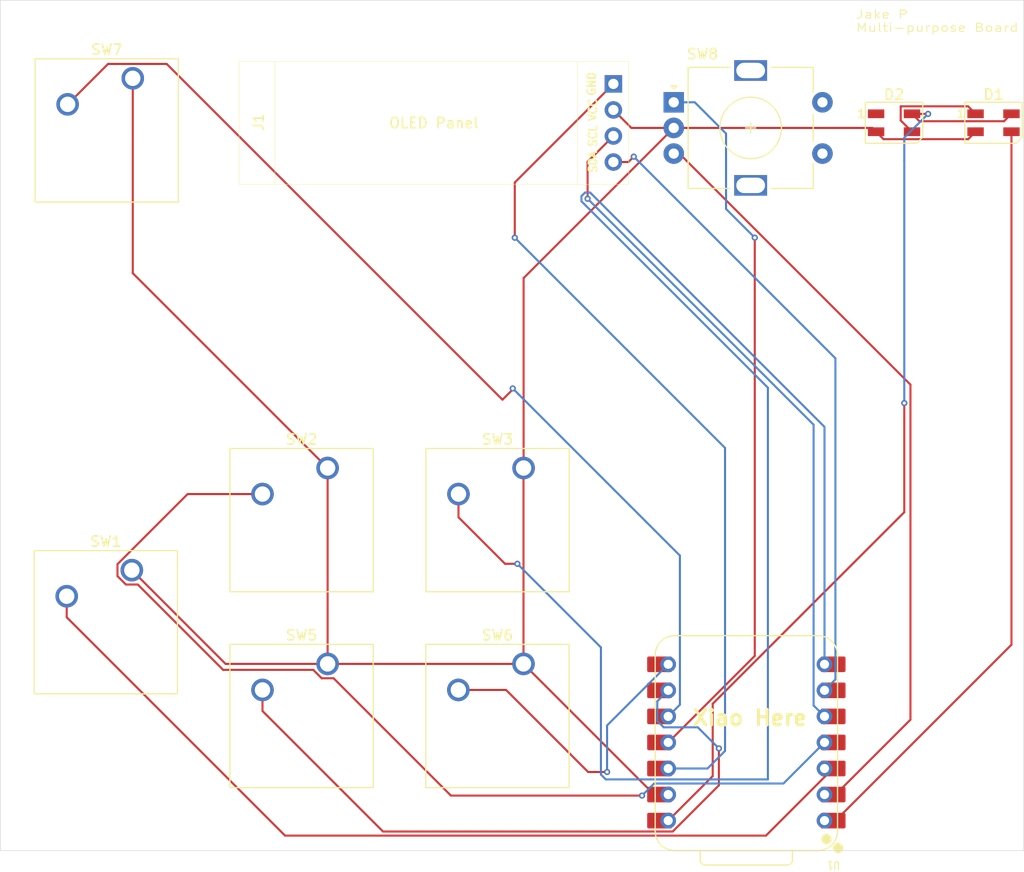
<source format=kicad_pcb>
(kicad_pcb (version 20241229) (generator "pcbnew") (generator_version "9.0")
  (layers (0 "F.Cu" signal) (2 "B.Cu" signal) (13 "F.Paste" user) (15 "B.Paste" user) (5 "F.SilkS" user "F.Silkscreen") (7 "B.SilkS" user "B.Silkscreen") (1 "F.Mask" user) (3 "B.Mask" user) (25 "Edge.Cuts" user))
  (net 0 "")
  (net 1 "+5V")
  (net 2 "Net-(D1-DIN)")
  (net 3 "Net-(D1-DOUT)")
  (net 4 "GND")
  (net 6 "+3.3V")
  (net 7 "Net-(J1-Pin_3)")
  (net 8 "Net-(J1-Pin_4)")
  (net 9 "Net-(U1-GPIO28{slash}ADC2{slash}A2)")
  (net 10 "Net-(U1-GPIO29{slash}ADC3{slash}A3)")
  (net 11 "Net-(U1-GPIO0{slash}TX)")
  (net 12 "Net-(U1-GPIO2{slash}SCK)")
  (net 13 "Net-(U1-GPIO1{slash}RX)")
  (net 14 "Net-(U1-GPIO4{slash}MISO)")
  (net 15 "Net-(U1-GPIO27{slash}ADC1{slash}A1)")
  (net 16 "Net-(U1-GPIO3{slash}MOSI)")
  (footprint "KiCad-SSD1306-0.91-OLED-4pin-128x32.pretty-master:SSD1306-0.91-OLED-4pin-128x32" (layer "F.Cu") (at 93.415 42.815)
    (property "Reference" "J1" (at 1.9 5.91 90) (layer "F.SilkS"))
    (property "Value" "Conn_01x04_Pin")
    (fp_line (start 0 0) (end 0 12) (stroke (width 0.04)) (layer "F.SilkS"))
    (fp_line (start 0 12) (end 38 12) (stroke (width 0.04)) (layer "F.SilkS"))
    (fp_line (start 3.5 0) (end 3.5 12) (stroke (width 0.04)) (layer "F.SilkS"))
    (fp_line (start 33 0) (end 33 12) (stroke (width 0.04)) (layer "F.SilkS"))
    (fp_line (start 38 0) (end 0 0) (stroke (width 0.04)) (layer "F.SilkS"))
    (fp_line (start 38 12) (end 38 0) (stroke (width 0.04)) (layer "F.SilkS"))
    (fp_text user "SCL" (at 34.5 7.27 270) (layer "F.SilkS") (effects (font (size 0.8 0.75))))
    (fp_text user "OLED Panel" (at 19 6 0) (layer "F.SilkS"))
    (fp_text user "GND" (at 34.385 2.185 270) (layer "F.SilkS") (effects (font (size 0.8 0.75))))
    (fp_text user "VCC" (at 34.5 4.73 270) (layer "F.SilkS") (effects (font (size 0.8 0.75))))
    (fp_text user "SDA" (at 34.5 9.81 270) (layer "F.SilkS") (effects (font (size 0.8 0.75))))
    (pad "1" thru_hole rect (at 36.5 2.19) (size 1.7 1.7) (drill 1) (layers "*.Cu" "*.Mask") (net 6 "+3.3V"))
    (pad "2" thru_hole oval (at 36.5 4.73) (size 1.7 1.7) (drill 1) (layers "*.Cu" "*.Mask") (net 4 "GND"))
    (pad "3" thru_hole oval (at 36.5 7.27) (size 1.7 1.7) (drill 1) (layers "*.Cu" "*.Mask") (net 7 "Net-(J1-Pin_3)"))
    (pad "4" thru_hole oval (at 36.5 9.81) (size 1.7 1.7) (drill 1) (layers "*.Cu" "*.Mask") (net 8 "Net-(J1-Pin_4)"))
  )
  (footprint "Button_Switch_Keyboard:SW_Cherry_MX_1.00u_PCB" (layer "F.Cu") (at 121.16 82.46)
    (property "Reference" "SW3" (at -2.54 -2.794 0) (layer "F.SilkS"))
    (property "Value" "SW_Push")
    (fp_line (start -9.525 -1.905) (end 4.445 -1.905) (stroke (width 0.12)) (layer "F.SilkS"))
    (fp_line (start -9.525 12.065) (end -9.525 -1.905) (stroke (width 0.12)) (layer "F.SilkS"))
    (fp_line (start 4.445 -1.905) (end 4.445 12.065) (stroke (width 0.12)) (layer "F.SilkS"))
    (fp_line (start 4.445 12.065) (end -9.525 12.065) (stroke (width 0.12)) (layer "F.SilkS"))
    (pad "" np_thru_hole circle (at -7.62 5.08) (size 1.7 1.7) (drill 1.7) (layers "*.Cu" "*.Mask"))
    (pad "" np_thru_hole circle (at -2.54 5.08) (size 4 4) (drill 4) (layers "*.Cu" "*.Mask"))
    (pad "" np_thru_hole circle (at 2.54 5.08) (size 1.7 1.7) (drill 1.7) (layers "*.Cu" "*.Mask"))
    (pad "1" thru_hole circle (at 0 0) (size 2.2 2.2) (drill 1.5) (layers "*.Cu" "*.Mask") (net 4 "GND"))
    (pad "2" thru_hole circle (at -6.35 2.54) (size 2.2 2.2) (drill 1.5) (layers "*.Cu" "*.Mask") (net 11 "Net-(U1-GPIO0{slash}TX)"))
  )
  (footprint "Button_Switch_Keyboard:SW_Cherry_MX_1.00u_PCB" (layer "F.Cu") (at 102.05 101.56)
    (property "Reference" "SW5" (at -2.54 -2.794 0) (layer "F.SilkS"))
    (property "Value" "SW_Push")
    (fp_line (start -9.525 -1.905) (end 4.445 -1.905) (stroke (width 0.12)) (layer "F.SilkS"))
    (fp_line (start -9.525 12.065) (end -9.525 -1.905) (stroke (width 0.12)) (layer "F.SilkS"))
    (fp_line (start 4.445 -1.905) (end 4.445 12.065) (stroke (width 0.12)) (layer "F.SilkS"))
    (fp_line (start 4.445 12.065) (end -9.525 12.065) (stroke (width 0.12)) (layer "F.SilkS"))
    (pad "" np_thru_hole circle (at -7.62 5.08) (size 1.7 1.7) (drill 1.7) (layers "*.Cu" "*.Mask"))
    (pad "" np_thru_hole circle (at -2.54 5.08) (size 4 4) (drill 4) (layers "*.Cu" "*.Mask"))
    (pad "" np_thru_hole circle (at 2.54 5.08) (size 1.7 1.7) (drill 1.7) (layers "*.Cu" "*.Mask"))
    (pad "1" thru_hole circle (at 0 0) (size 2.2 2.2) (drill 1.5) (layers "*.Cu" "*.Mask") (net 4 "GND"))
    (pad "2" thru_hole circle (at -6.35 2.54) (size 2.2 2.2) (drill 1.5) (layers "*.Cu" "*.Mask") (net 12 "Net-(U1-GPIO2{slash}SCK)"))
  )
  (footprint "Button_Switch_Keyboard:SW_Cherry_MX_1.00u_PCB" (layer "F.Cu") (at 82.96 92.42)
    (property "Reference" "SW1" (at -2.54 -2.794 0) (layer "F.SilkS"))
    (property "Value" "SW_Push")
    (fp_line (start -9.525 -1.905) (end 4.445 -1.905) (stroke (width 0.12)) (layer "F.SilkS"))
    (fp_line (start -9.525 12.065) (end -9.525 -1.905) (stroke (width 0.12)) (layer "F.SilkS"))
    (fp_line (start 4.445 -1.905) (end 4.445 12.065) (stroke (width 0.12)) (layer "F.SilkS"))
    (fp_line (start 4.445 12.065) (end -9.525 12.065) (stroke (width 0.12)) (layer "F.SilkS"))
    (pad "" np_thru_hole circle (at -7.62 5.08) (size 1.7 1.7) (drill 1.7) (layers "*.Cu" "*.Mask"))
    (pad "" np_thru_hole circle (at -2.54 5.08) (size 4 4) (drill 4) (layers "*.Cu" "*.Mask"))
    (pad "" np_thru_hole circle (at 2.54 5.08) (size 1.7 1.7) (drill 1.7) (layers "*.Cu" "*.Mask"))
    (pad "1" thru_hole circle (at 0 0) (size 2.2 2.2) (drill 1.5) (layers "*.Cu" "*.Mask") (net 4 "GND"))
    (pad "2" thru_hole circle (at -6.35 2.54) (size 2.2 2.2) (drill 1.5) (layers "*.Cu" "*.Mask") (net 9 "Net-(U1-GPIO28{slash}ADC2{slash}A2)"))
  )
  (footprint "LED_SMD:LED_SK6812MINI_PLCC4_3.5x3.5mm_P1.75mm" (layer "F.Cu") (at 157.28 48.795)
    (property "Reference" "D2" (at 0 -2.75 0) (layer "F.SilkS"))
    (property "Value" "SK6812MINI")
    (fp_line (start -2.8 -2) (end -2.8 2) (stroke (width 0.12)) (layer "F.SilkS"))
    (fp_line (start -2.8 -2) (end 2.8 -2) (stroke (width 0.12)) (layer "F.SilkS"))
    (fp_line (start -2.8 2) (end 2.2 2) (stroke (width 0.12)) (layer "F.SilkS"))
    (fp_line (start 2.8 1.4) (end 2.2 2) (stroke (width 0.12)) (layer "F.SilkS"))
    (fp_line (start 2.8 1.4) (end 2.8 -2) (stroke (width 0.12)) (layer "F.SilkS"))
    (fp_text user "1" (at -3.2 -0.875 0) (layer "F.SilkS") (effects (font (size 0.8 0.8))))
    (pad "1" smd rect (at -1.75 -0.875) (size 1.6 0.85) (layers "F.Cu" "F.Mask" "F.Paste"))
    (pad "2" smd rect (at -1.75 0.875) (size 1.6 0.85) (layers "F.Cu" "F.Mask" "F.Paste") (net 4 "GND"))
    (pad "3" smd rect (at 1.75 0.875) (size 1.6 0.85) (layers "F.Cu" "F.Mask" "F.Paste") (net 3 "Net-(D1-DOUT)"))
    (pad "4" smd rect (at 1.75 -0.875) (size 1.6 0.85) (layers "F.Cu" "F.Mask" "F.Paste") (net 1 "+5V"))
  )
  (footprint "Button_Switch_Keyboard:SW_Cherry_MX_1.00u_PCB" (layer "F.Cu") (at 121.15 101.56)
    (property "Reference" "SW6" (at -2.54 -2.794 0) (layer "F.SilkS"))
    (property "Value" "SW_Push")
    (fp_line (start -9.525 -1.905) (end 4.445 -1.905) (stroke (width 0.12)) (layer "F.SilkS"))
    (fp_line (start -9.525 12.065) (end -9.525 -1.905) (stroke (width 0.12)) (layer "F.SilkS"))
    (fp_line (start 4.445 -1.905) (end 4.445 12.065) (stroke (width 0.12)) (layer "F.SilkS"))
    (fp_line (start 4.445 12.065) (end -9.525 12.065) (stroke (width 0.12)) (layer "F.SilkS"))
    (pad "" np_thru_hole circle (at -7.62 5.08) (size 1.7 1.7) (drill 1.7) (layers "*.Cu" "*.Mask"))
    (pad "" np_thru_hole circle (at -2.54 5.08) (size 4 4) (drill 4) (layers "*.Cu" "*.Mask"))
    (pad "" np_thru_hole circle (at 2.54 5.08) (size 1.7 1.7) (drill 1.7) (layers "*.Cu" "*.Mask"))
    (pad "1" thru_hole circle (at 0 0) (size 2.2 2.2) (drill 1.5) (layers "*.Cu" "*.Mask") (net 4 "GND"))
    (pad "2" thru_hole circle (at -6.35 2.54) (size 2.2 2.2) (drill 1.5) (layers "*.Cu" "*.Mask") (net 13 "Net-(U1-GPIO1{slash}RX)"))
  )
  (footprint "Rotary_Encoder:RotaryEncoder_Alps_EC11E-Switch_Vertical_H20mm" (layer "F.Cu") (at 135.8 46.8)
    (property "Reference" "SW8" (at 2.8 -4.7 0) (layer "F.SilkS"))
    (property "Value" "RotaryEncoder")
    (fp_line (start -0.3 -1.6) (end 0.3 -1.6) (stroke (width 0.12)) (layer "F.SilkS"))
    (fp_line (start 0 -1.3) (end -0.3 -1.6) (stroke (width 0.12)) (layer "F.SilkS"))
    (fp_line (start 0.3 -1.6) (end 0 -1.3) (stroke (width 0.12)) (layer "F.SilkS"))
    (fp_line (start 1.4 -3.4) (end 1.4 8.4) (stroke (width 0.12)) (layer "F.SilkS"))
    (fp_line (start 5.5 -3.4) (end 1.4 -3.4) (stroke (width 0.12)) (layer "F.SilkS"))
    (fp_line (start 5.5 8.4) (end 1.4 8.4) (stroke (width 0.12)) (layer "F.SilkS"))
    (fp_line (start 7 2.5) (end 8 2.5) (stroke (width 0.12)) (layer "F.SilkS"))
    (fp_line (start 7.5 2) (end 7.5 3) (stroke (width 0.12)) (layer "F.SilkS"))
    (fp_line (start 9.5 -3.4) (end 13.6 -3.4) (stroke (width 0.12)) (layer "F.SilkS"))
    (fp_line (start 13.6 -3.4) (end 13.6 -1) (stroke (width 0.12)) (layer "F.SilkS"))
    (fp_line (start 13.6 1.2) (end 13.6 3.8) (stroke (width 0.12)) (layer "F.SilkS"))
    (fp_line (start 13.6 6) (end 13.6 8.4) (stroke (width 0.12)) (layer "F.SilkS"))
    (fp_line (start 13.6 8.4) (end 9.5 8.4) (stroke (width 0.12)) (layer "F.SilkS"))
    (fp_circle (center 7.5 2.5) (end 10.5 2.5) (stroke (width 0.12)) (fill no) (layer "F.SilkS"))
    (pad "A" thru_hole rect (at 0 0) (size 2 2) (drill 1) (layers "*.Cu" "*.Mask") (net 16 "Net-(U1-GPIO3{slash}MOSI)"))
    (pad "B" thru_hole circle (at 0 5) (size 2 2) (drill 1) (layers "*.Cu" "*.Mask") (net 15 "Net-(U1-GPIO27{slash}ADC1{slash}A1)"))
    (pad "C" thru_hole circle (at 0 2.5) (size 2 2) (drill 1) (layers "*.Cu" "*.Mask") (net 4 "GND"))
    (pad "MP" thru_hole rect (at 7.5 -3.1) (size 3.2 2) (drill oval 2.8 1.5) (layers "*.Cu" "*.Mask"))
    (pad "MP" thru_hole rect (at 7.5 8.1) (size 3.2 2) (drill oval 2.8 1.5) (layers "*.Cu" "*.Mask"))
    (pad "S1" thru_hole circle (at 14.5 5) (size 2 2) (drill 1) (layers "*.Cu" "*.Mask"))
    (pad "S2" thru_hole circle (at 14.5 0) (size 2 2) (drill 1) (layers "*.Cu" "*.Mask"))
  )
  (footprint "LED_SMD:LED_SK6812MINI_PLCC4_3.5x3.5mm_P1.75mm" (layer "F.Cu") (at 166.98 48.795)
    (property "Reference" "D1" (at 0 -2.75 0) (layer "F.SilkS"))
    (property "Value" "SK6812MINI" (hide yes))
    (fp_line (start -2.8 -2) (end -2.8 2) (stroke (width 0.12)) (layer "F.SilkS"))
    (fp_line (start -2.8 -2) (end 2.8 -2) (stroke (width 0.12)) (layer "F.SilkS"))
    (fp_line (start -2.8 2) (end 2.2 2) (stroke (width 0.12)) (layer "F.SilkS"))
    (fp_line (start 2.8 1.4) (end 2.2 2) (stroke (width 0.12)) (layer "F.SilkS"))
    (fp_line (start 2.8 1.4) (end 2.8 -2) (stroke (width 0.12)) (layer "F.SilkS"))
    (fp_text user "1" (at -3.2 -0.875 0) (layer "F.SilkS") (effects (font (size 0.8 0.8))))
    (pad "1" smd rect (at -1.75 -0.875) (size 1.6 0.85) (layers "F.Cu" "F.Mask" "F.Paste") (net 3 "Net-(D1-DOUT)"))
    (pad "2" smd rect (at -1.75 0.875) (size 1.6 0.85) (layers "F.Cu" "F.Mask" "F.Paste") (net 4 "GND"))
    (pad "3" smd rect (at 1.75 0.875) (size 1.6 0.85) (layers "F.Cu" "F.Mask" "F.Paste") (net 2 "Net-(D1-DIN)"))
    (pad "4" smd rect (at 1.75 -0.875) (size 1.6 0.85) (layers "F.Cu" "F.Mask" "F.Paste") (net 1 "+5V"))
  )
  (footprint "Button_Switch_Keyboard:SW_Cherry_MX_1.00u_PCB" (layer "F.Cu") (at 102.05 82.46)
    (property "Reference" "SW2" (at -2.54 -2.794 0) (layer "F.SilkS"))
    (property "Value" "SW_Push")
    (fp_line (start -9.525 -1.905) (end 4.445 -1.905) (stroke (width 0.12)) (layer "F.SilkS"))
    (fp_line (start -9.525 12.065) (end -9.525 -1.905) (stroke (width 0.12)) (layer "F.SilkS"))
    (fp_line (start 4.445 -1.905) (end 4.445 12.065) (stroke (width 0.12)) (layer "F.SilkS"))
    (fp_line (start 4.445 12.065) (end -9.525 12.065) (stroke (width 0.12)) (layer "F.SilkS"))
    (pad "" np_thru_hole circle (at -7.62 5.08) (size 1.7 1.7) (drill 1.7) (layers "*.Cu" "*.Mask"))
    (pad "" np_thru_hole circle (at -2.54 5.08) (size 4 4) (drill 4) (layers "*.Cu" "*.Mask"))
    (pad "" np_thru_hole circle (at 2.54 5.08) (size 1.7 1.7) (drill 1.7) (layers "*.Cu" "*.Mask"))
    (pad "1" thru_hole circle (at 0 0) (size 2.2 2.2) (drill 1.5) (layers "*.Cu" "*.Mask") (net 4 "GND"))
    (pad "2" thru_hole circle (at -6.35 2.54) (size 2.2 2.2) (drill 1.5) (layers "*.Cu" "*.Mask") (net 10 "Net-(U1-GPIO29{slash}ADC3{slash}A3)"))
  )
  (footprint "Button_Switch_Keyboard:SW_Cherry_MX_1.00u_PCB" (layer "F.Cu") (at 83.05 44.46)
    (property "Reference" "SW7" (at -2.54 -2.794 0) (layer "F.SilkS"))
    (property "Value" "SW_Push")
    (fp_line (start -9.525 -1.905) (end 4.445 -1.905) (stroke (width 0.12)) (layer "F.SilkS"))
    (fp_line (start -9.525 12.065) (end -9.525 -1.905) (stroke (width 0.12)) (layer "F.SilkS"))
    (fp_line (start 4.445 -1.905) (end 4.445 12.065) (stroke (width 0.12)) (layer "F.SilkS"))
    (fp_line (start 4.445 12.065) (end -9.525 12.065) (stroke (width 0.12)) (layer "F.SilkS"))
    (pad "" np_thru_hole circle (at -7.62 5.08) (size 1.7 1.7) (drill 1.7) (layers "*.Cu" "*.Mask"))
    (pad "" np_thru_hole circle (at -2.54 5.08) (size 4 4) (drill 4) (layers "*.Cu" "*.Mask"))
    (pad "" np_thru_hole circle (at 2.54 5.08) (size 1.7 1.7) (drill 1.7) (layers "*.Cu" "*.Mask"))
    (pad "1" thru_hole circle (at 0 0) (size 2.2 2.2) (drill 1.5) (layers "*.Cu" "*.Mask") (net 4 "GND"))
    (pad "2" thru_hole circle (at -6.35 2.54) (size 2.2 2.2) (drill 1.5) (layers "*.Cu" "*.Mask") (net 14 "Net-(U1-GPIO4{slash}MISO)"))
  )
  (footprint "OPL:XIAO-RP2040-DIP" (layer "F.Cu") (at 142.88 109.22 180)
    (property "Reference" "U1" (at -8.5 -12 180) (layer "F.SilkS") (effects (font (size 0.8 0.635) (thickness 0.1016))))
    (property "Value" "XIAO-RP2040-DIP")
    (fp_line (start 8.89 8.509) (end 8.89 -8.636) (stroke (width 0.127)) (layer "F.SilkS"))
    (fp_line (start 6.985 -10.541) (end -6.985 -10.541) (stroke (width 0.1)) (layer "F.SilkS"))
    (fp_line (start 6.985 -10.541) (end -6.985 -10.541) (stroke (width 0.127)) (layer "F.SilkS"))
    (fp_line (start 4.504 -11.451) (end 4.504 -10.541) (stroke (width 0.127)) (layer "F.SilkS"))
    (fp_line (start -3.991272 -11.951) (end 4.004 -11.951) (stroke (width 0.127)) (layer "F.SilkS"))
    (fp_line (start -4.495 -10.541) (end -4.491272 -11.451272) (stroke (width 0.127)) (layer "F.SilkS"))
    (fp_line (start -6.985 10.414) (end 6.985 10.414) (stroke (width 0.127)) (layer "F.SilkS"))
    (fp_line (start -8.89 8.509) (end -8.89 -8.636) (stroke (width 0.127)) (layer "F.SilkS"))
    (fp_arc (start 8.89 8.509) (mid 8.332038 9.856038) (end 6.985 10.414) (stroke (width 0.127)) (layer "F.SilkS"))
    (fp_arc (start 6.985 -10.541) (mid 8.332038 -9.983038) (end 8.89 -8.636) (stroke (width 0.127)) (layer "F.SilkS"))
    (fp_arc (start 4.004 -11.951) (mid 4.357553 -11.804553) (end 4.504 -11.451) (stroke (width 0.127)) (layer "F.SilkS"))
    (fp_arc (start -4.491272 -11.451272) (mid -4.344728 -11.80464) (end -3.991272 -11.951) (stroke (width 0.127)) (layer "F.SilkS"))
    (fp_arc (start -6.985 10.414) (mid -8.332038 9.856038) (end -8.89 8.509) (stroke (width 0.127)) (layer "F.SilkS"))
    (fp_arc (start -8.89 -8.636) (mid -8.332038 -9.983038) (end -6.985 -10.541) (stroke (width 0.127)) (layer "F.SilkS"))
    (fp_circle (center -7.807 -9.42) (end -7.807 -9.674) (stroke (width 0.5)) (fill yes) (layer "F.SilkS"))
    (fp_circle (center -8.95 -10.3) (end -8.95 -10.554) (stroke (width 0.5)) (fill yes) (layer "F.SilkS"))
    (pad "1" smd roundrect (at -8.455 -7.62) (size 2.432 1.524) (layers "F.Cu" "F.Mask") (roundrect_rratio 0.1) (net 2 "Net-(D1-DIN)"))
    (pad "1" thru_hole circle (at -7.62 -7.62) (size 1.524 1.524) (drill 0.889) (layers "*.Cu" "*.Mask") (net 2 "Net-(D1-DIN)"))
    (pad "2" smd roundrect (at -8.455 -5.08) (size 2.432 1.524) (layers "F.Cu" "F.Mask") (roundrect_rratio 0.1) (net 15 "Net-(U1-GPIO27{slash}ADC1{slash}A1)"))
    (pad "2" thru_hole circle (at -7.62 -5.08) (size 1.524 1.524) (drill 0.889) (layers "*.Cu" "*.Mask") (net 15 "Net-(U1-GPIO27{slash}ADC1{slash}A1)"))
    (pad "3" smd roundrect (at -8.455 -2.54) (size 2.432 1.524) (layers "F.Cu" "F.Mask") (roundrect_rratio 0.1) (net 9 "Net-(U1-GPIO28{slash}ADC2{slash}A2)"))
    (pad "3" thru_hole circle (at -7.62 -2.54) (size 1.524 1.524) (drill 0.889) (layers "*.Cu" "*.Mask") (net 9 "Net-(U1-GPIO28{slash}ADC2{slash}A2)"))
    (pad "4" smd roundrect (at -8.455 0) (size 2.432 1.524) (layers "F.Cu" "F.Mask") (roundrect_rratio 0.1) (net 10 "Net-(U1-GPIO29{slash}ADC3{slash}A3)"))
    (pad "4" thru_hole circle (at -7.62 0) (size 1.524 1.524) (drill 0.889) (layers "*.Cu" "*.Mask") (net 10 "Net-(U1-GPIO29{slash}ADC3{slash}A3)"))
    (pad "5" smd roundrect (at -8.455 2.54) (size 2.432 1.524) (layers "F.Cu" "F.Mask") (roundrect_rratio 0.1) (net 7 "Net-(J1-Pin_3)"))
    (pad "5" thru_hole circle (at -7.62 2.54) (size 1.524 1.524) (drill 0.889) (layers "*.Cu" "*.Mask") (net 7 "Net-(J1-Pin_3)"))
    (pad "6" smd roundrect (at -8.455 5.08) (size 2.432 1.524) (layers "F.Cu" "F.Mask") (roundrect_rratio 0.1) (net 8 "Net-(J1-Pin_4)"))
    (pad "6" thru_hole circle (at -7.62 5.08) (size 1.524 1.524) (drill 0.889) (layers "*.Cu" "*.Mask") (net 8 "Net-(J1-Pin_4)"))
    (pad "7" smd roundrect (at -8.455 7.62) (size 2.432 1.524) (layers "F.Cu" "F.Mask") (roundrect_rratio 0.1) (net 11 "Net-(U1-GPIO0{slash}TX)"))
    (pad "7" thru_hole circle (at -7.62 7.62) (size 1.524 1.524) (drill 0.889) (layers "*.Cu" "*.Mask") (net 11 "Net-(U1-GPIO0{slash}TX)"))
    (pad "8" thru_hole circle (at 7.62 7.62 180) (size 1.524 1.524) (drill 0.889) (layers "*.Cu" "*.Mask") (net 13 "Net-(U1-GPIO1{slash}RX)"))
    (pad "8" smd roundrect (at 8.455 7.62 180) (size 2.432 1.524) (layers "F.Cu" "F.Mask") (roundrect_rratio 0.1) (net 13 "Net-(U1-GPIO1{slash}RX)"))
    (pad "9" thru_hole circle (at 7.62 5.08 180) (size 1.524 1.524) (drill 0.889) (layers "*.Cu" "*.Mask") (net 12 "Net-(U1-GPIO2{slash}SCK)"))
    (pad "9" smd roundrect (at 8.455 5.08 180) (size 2.432 1.524) (layers "F.Cu" "F.Mask") (roundrect_rratio 0.1) (net 12 "Net-(U1-GPIO2{slash}SCK)"))
    (pad "10" thru_hole circle (at 7.62 2.54 180) (size 1.524 1.524) (drill 0.889) (layers "*.Cu" "*.Mask") (net 14 "Net-(U1-GPIO4{slash}MISO)"))
    (pad "10" smd roundrect (at 8.455 2.54 180) (size 2.432 1.524) (layers "F.Cu" "F.Mask") (roundrect_rratio 0.1) (net 14 "Net-(U1-GPIO4{slash}MISO)"))
    (pad "11" thru_hole circle (at 7.62 0 180) (size 1.524 1.524) (drill 0.889) (layers "*.Cu" "*.Mask") (net 16 "Net-(U1-GPIO3{slash}MOSI)"))
    (pad "11" smd roundrect (at 8.455 0 180) (size 2.432 1.524) (layers "F.Cu" "F.Mask") (roundrect_rratio 0.1) (net 16 "Net-(U1-GPIO3{slash}MOSI)"))
    (pad "12" thru_hole circle (at 7.62 -2.54 180) (size 1.524 1.524) (drill 0.889) (layers "*.Cu" "*.Mask") (net 6 "+3.3V"))
    (pad "12" smd roundrect (at 8.455 -2.54 180) (size 2.432 1.524) (layers "F.Cu" "F.Mask") (roundrect_rratio 0.1) (net 6 "+3.3V"))
    (pad "13" thru_hole circle (at 7.62 -5.08 180) (size 1.524 1.524) (drill 0.889) (layers "*.Cu" "*.Mask") (net 4 "GND"))
    (pad "13" smd roundrect (at 8.455 -5.08 180) (size 2.432 1.524) (layers "F.Cu" "F.Mask") (roundrect_rratio 0.1) (net 4 "GND"))
    (pad "14" thru_hole circle (at 7.62 -7.62 180) (size 1.524 1.524) (drill 0.889) (layers "*.Cu" "*.Mask") (net 1 "+5V"))
    (pad "14" smd roundrect (at 8.455 -7.62 180) (size 2.432 1.524) (layers "F.Cu" "F.Mask") (roundrect_rratio 0.1) (net 1 "+5V"))
  )
  (gr_rect (start 70.13 36.85) (end 169.93 119.77) (stroke (width 0.05)) (fill no) (layer "Edge.Cuts"))
  (gr_text "Jake P\nMulti-purpose Board" (at 153.5 39.99 0) (layer "F.SilkS") (effects (font (size 0.8 1) (thickness 0.1)) (justify left bottom)))
  (gr_text "Xiao Here" (at 137.5 107.7 0) (layer "F.SilkS") (effects (font (size 1.5 1.5) (thickness 0.3) (bold yes)) (justify left bottom)))
  (segment (start 159.04 47.93) (end 159.03 47.92) (width 0.2) (layer "F.Cu") (net 1))
  (segment (start 139.599 112.501) (end 139.599 105.4481) (width 0.2) (layer "F.Cu") (net 1))
  (segment (start 139.599 105.4481) (end 158.28 86.7671) (width 0.2) (layer "F.Cu") (net 1))
  (segment (start 135.26 116.84) (end 139.599 112.501) (width 0.2) (layer "F.Cu") (net 1))
  (segment (start 160.6 47.93) (end 159.04 47.93) (width 0.2) (layer "F.Cu") (net 1))
  (segment (start 159.03 47.92) (end 159.756 48.646) (width 0.2) (layer "F.Cu") (net 1))
  (segment (start 168.004 48.646) (end 168.73 47.92) (width 0.2) (layer "F.Cu") (net 1))
  (segment (start 158.28 86.7671) (end 158.28 76.13) (width 0.2) (layer "F.Cu") (net 1))
  (segment (start 159.756 48.646) (end 168.004 48.646) (width 0.2) (layer "F.Cu") (net 1))
  (via (at 158.28 76.13) (size 0.6) (drill 0.3) (layers "F.Cu" "B.Cu") (net 1))
  (via (at 160.6 47.93) (size 0.6) (drill 0.3) (layers "F.Cu" "B.Cu") (net 1))
  (segment (start 158.28 50.25) (end 160.6 47.93) (width 0.2) (layer "B.Cu") (net 1))
  (segment (start 158.28 52.5) (end 158.28 50.25) (width 0.2) (layer "B.Cu") (net 1))
  (segment (start 158.28 76.13) (end 158.28 52.5) (width 0.2) (layer "B.Cu") (net 1))
  (segment (start 150.5 116.84) (end 151.57763 116.84) (width 0.2) (layer "F.Cu") (net 2))
  (segment (start 151.57763 116.84) (end 168.73 99.68763) (width 0.2) (layer "F.Cu") (net 2))
  (segment (start 168.73 99.68763) (end 168.73 49.67) (width 0.2) (layer "F.Cu") (net 2))
  (segment (start 164.504 47.194) (end 165.23 47.92) (width 0.2) (layer "F.Cu") (net 3))
  (segment (start 157.929 47.194) (end 164.504 47.194) (width 0.2) (layer "F.Cu") (net 3))
  (segment (start 159.03 49.67) (end 157.929 48.569) (width 0.2) (layer "F.Cu") (net 3))
  (segment (start 157.929 48.569) (end 157.929 47.194) (width 0.2) (layer "F.Cu") (net 3))
  (segment (start 121.16 82.46) (end 121.16 63.94) (width 0.2) (layer "F.Cu") (net 4))
  (segment (start 133.89 114.3) (end 134.425 114.3) (width 0.2) (layer "F.Cu") (net 4))
  (segment (start 83.05 44.46) (end 83.05 63.46) (width 0.2) (layer "F.Cu") (net 4))
  (segment (start 131.67 49.3) (end 135.8 49.3) (width 0.2) (layer "F.Cu") (net 4))
  (segment (start 155.53 49.67) (end 156.256 50.396) (width 0.2) (layer "F.Cu") (net 4))
  (segment (start 83.05 63.46) (end 102.05 82.46) (width 0.2) (layer "F.Cu") (net 4))
  (segment (start 156.256 50.396) (end 164.504 50.396) (width 0.2) (layer "F.Cu") (net 4))
  (segment (start 102.05 82.46) (end 102.05 101.56) (width 0.2) (layer "F.Cu") (net 4))
  (segment (start 129.915 47.545) (end 131.67 49.3) (width 0.2) (layer "F.Cu") (net 4))
  (segment (start 121.15 82.47) (end 121.16 82.46) (width 0.2) (layer "F.Cu") (net 4))
  (segment (start 102.05 101.56) (end 121.15 101.56) (width 0.2) (layer "F.Cu") (net 4))
  (segment (start 135.8 49.3) (end 155.16 49.3) (width 0.2) (layer "F.Cu") (net 4))
  (segment (start 121.15 101.56) (end 121.15 82.47) (width 0.2) (layer "F.Cu") (net 4))
  (segment (start 164.504 50.396) (end 165.23 49.67) (width 0.2) (layer "F.Cu") (net 4))
  (segment (start 121.16 63.94) (end 135.8 49.3) (width 0.2) (layer "F.Cu") (net 4))
  (segment (start 155.16 49.3) (end 155.53 49.67) (width 0.2) (layer "F.Cu") (net 4))
  (segment (start 102.05 101.56) (end 92.1 101.56) (width 0.2) (layer "F.Cu") (net 4))
  (segment (start 121.15 101.56) (end 133.89 114.3) (width 0.2) (layer "F.Cu") (net 4))
  (segment (start 92.1 101.56) (end 82.96 92.42) (width 0.2) (layer "F.Cu") (net 4))
  (segment (start 129.915 45.005) (end 120.3 54.62) (width 0.2) (layer "F.Cu") (net 6))
  (segment (start 120.3 54.62) (end 120.3 60) (width 0.2) (layer "F.Cu") (net 6))
  (via (at 120.3 60) (size 0.6) (drill 0.3) (layers "F.Cu" "B.Cu") (net 6))
  (segment (start 140.801 110.048943) (end 139.089943 111.76) (width 0.2) (layer "B.Cu") (net 6))
  (segment (start 120.3 60) (end 140.801 80.501) (width 0.2) (layer "B.Cu") (net 6))
  (segment (start 140.801 80.501) (end 140.801 110.048943) (width 0.2) (layer "B.Cu") (net 6))
  (segment (start 139.089943 111.76) (end 135.26 111.76) (width 0.2) (layer "B.Cu") (net 6))
  (segment (start 127.4 52.6) (end 127.4 56.2) (width 0.2) (layer "F.Cu") (net 7))
  (segment (start 129.915 50.085) (end 127.4 52.6) (width 0.2) (layer "F.Cu") (net 7))
  (via (at 127.4 56.2) (size 0.6) (drill 0.3) (layers "F.Cu" "B.Cu") (net 7))
  (segment (start 149.437 78.237) (end 149.437 105.617) (width 0.2) (layer "B.Cu") (net 7))
  (segment (start 149.437 105.617) (end 150.5 106.68) (width 0.2) (layer "B.Cu") (net 7))
  (segment (start 127.4 56.2) (end 149.437 78.237) (width 0.2) (layer "B.Cu") (net 7))
  (segment (start 131.375 52.625) (end 131.9 52.1) (width 0.2) (layer "F.Cu") (net 8))
  (segment (start 129.915 52.625) (end 131.375 52.625) (width 0.2) (layer "F.Cu") (net 8))
  (via (at 131.9 52.1) (size 0.6) (drill 0.3) (layers "F.Cu" "B.Cu") (net 8))
  (segment (start 151.563 103.077) (end 150.5 104.14) (width 0.2) (layer "B.Cu") (net 8))
  (segment (start 131.9 52.1) (end 151.563 71.763) (width 0.2) (layer "B.Cu") (net 8))
  (segment (start 151.563 71.763) (end 151.563 103.077) (width 0.2) (layer "B.Cu") (net 8))
  (segment (start 76.61 97.014816) (end 97.899184 118.304) (width 0.2) (layer "F.Cu") (net 9))
  (segment (start 144.791 118.304) (end 151.335 111.76) (width 0.2) (layer "F.Cu") (net 9))
  (segment (start 76.61 94.96) (end 76.61 97.014816) (width 0.2) (layer "F.Cu") (net 9))
  (segment (start 97.899184 118.304) (end 144.791 118.304) (width 0.2) (layer "F.Cu") (net 9))
  (segment (start 81.559 91.839686) (end 81.559 93.000314) (width 0.2) (layer "F.Cu") (net 10))
  (segment (start 114.069314 114.4) (end 132.709 114.4) (width 0.2) (layer "F.Cu") (net 10))
  (segment (start 95.7 85) (end 88.398686 85) (width 0.2) (layer "F.Cu") (net 10))
  (segment (start 83.540314 93.821) (end 91.859628 102.140314) (width 0.2) (layer "F.Cu") (net 10))
  (segment (start 100.649 102.140314) (end 101.469686 102.961) (width 0.2) (layer "F.Cu") (net 10))
  (segment (start 88.398686 85) (end 81.559 91.839686) (width 0.2) (layer "F.Cu") (net 10))
  (segment (start 101.469686 102.961) (end 102.630314 102.961) (width 0.2) (layer "F.Cu") (net 10))
  (segment (start 82.379686 93.821) (end 83.540314 93.821) (width 0.2) (layer "F.Cu") (net 10))
  (segment (start 102.630314 102.961) (end 114.069314 114.4) (width 0.2) (layer "F.Cu") (net 10))
  (segment (start 81.559 93.000314) (end 82.379686 93.821) (width 0.2) (layer "F.Cu") (net 10))
  (segment (start 91.859628 102.140314) (end 100.649 102.140314) (width 0.2) (layer "F.Cu") (net 10))
  (via (at 132.709 114.4) (size 0.6) (drill 0.3) (layers "F.Cu" "B.Cu") (net 10))
  (segment (start 132.709 114.4) (end 133.885 113.224) (width 0.2) (layer "B.Cu") (net 10))
  (segment (start 133.885 113.224) (end 146.496 113.224) (width 0.2) (layer "B.Cu") (net 10))
  (segment (start 146.496 113.224) (end 150.5 109.22) (width 0.2) (layer "B.Cu") (net 10))
  (segment (start 119.35 91.8) (end 120.55 91.8) (width 0.2) (layer "F.Cu") (net 11))
  (segment (start 114.81 87.26) (end 119.35 91.8) (width 0.2) (layer "F.Cu") (net 11))
  (segment (start 114.81 85) (end 114.81 87.26) (width 0.2) (layer "F.Cu") (net 11))
  (via (at 120.55 91.8) (size 0.6) (drill 0.3) (layers "F.Cu" "B.Cu") (net 11))
  (segment (start 144.97969 74.629633) (end 126.799 56.448943) (width 0.2) (layer "B.Cu") (net 11))
  (segment (start 128.699 99.949) (end 128.699 112.348943) (width 0.2) (layer "B.Cu") (net 11))
  (segment (start 127.151057 55.599) (end 127.648943 55.599) (width 0.2) (layer "B.Cu") (net 11))
  (segment (start 127.648943 55.599) (end 150.5 78.450057) (width 0.2) (layer "B.Cu") (net 11))
  (segment (start 126.799 56.448943) (end 126.799 55.951057) (width 0.2) (layer "B.Cu") (net 11))
  (segment (start 128.699 112.348943) (end 129.173057 112.823) (width 0.2) (layer "B.Cu") (net 11))
  (segment (start 126.799 55.951057) (end 127.151057 55.599) (width 0.2) (layer "B.Cu") (net 11))
  (segment (start 129.173057 112.823) (end 144.97969 112.823) (width 0.2) (layer "B.Cu") (net 11))
  (segment (start 144.97969 112.823) (end 144.97969 74.629633) (width 0.2) (layer "B.Cu") (net 11))
  (segment (start 150.5 78.450057) (end 150.5 101.6) (width 0.2) (layer "B.Cu") (net 11))
  (segment (start 120.55 91.8) (end 128.699 99.949) (width 0.2) (layer "B.Cu") (net 11))
  (segment (start 135.70031 117.903) (end 140.2 113.40331) (width 0.2) (layer "F.Cu") (net 12))
  (segment (start 107.448184 117.903) (end 135.70031 117.903) (width 0.2) (layer "F.Cu") (net 12))
  (segment (start 140.2 113.40331) (end 140.2 109.8) (width 0.2) (layer "F.Cu") (net 12))
  (segment (start 95.7 104.1) (end 95.7 106.154816) (width 0.2) (layer "F.Cu") (net 12))
  (segment (start 95.7 106.154816) (end 107.448184 117.903) (width 0.2) (layer "F.Cu") (net 12))
  (via (at 140.2 109.8) (size 0.6) (drill 0.3) (layers "F.Cu" "B.Cu") (net 12))
  (segment (start 134.81969 107.743) (end 134.197 107.12031) (width 0.2) (layer "B.Cu") (net 12))
  (segment (start 134.197 107.12031) (end 134.197 105.203) (width 0.2) (layer "B.Cu") (net 12))
  (segment (start 140.2 109.8) (end 138.143 107.743) (width 0.2) (layer "B.Cu") (net 12))
  (segment (start 138.143 107.743) (end 134.81969 107.743) (width 0.2) (layer "B.Cu") (net 12))
  (segment (start 134.197 105.203) (end 135.26 104.14) (width 0.2) (layer "B.Cu") (net 12))
  (segment (start 119.45153 104.1) (end 127.45153 112.1) (width 0.2) (layer "F.Cu") (net 13))
  (segment (start 127.45153 112.1) (end 129.3 112.1) (width 0.2) (layer "F.Cu") (net 13))
  (segment (start 114.8 104.1) (end 119.45153 104.1) (width 0.2) (layer "F.Cu") (net 13))
  (via (at 129.3 112.1) (size 0.6) (drill 0.3) (layers "F.Cu" "B.Cu") (net 13))
  (segment (start 129.3 112.1) (end 129.3 107.56) (width 0.2) (layer "B.Cu") (net 13))
  (segment (start 129.3 107.56) (end 135.26 101.6) (width 0.2) (layer "B.Cu") (net 13))
  (segment (start 76.7 47) (end 80.641 43.059) (width 0.2) (layer "F.Cu") (net 14))
  (segment (start 86.359 43.059) (end 119.1 75.8) (width 0.2) (layer "F.Cu") (net 14))
  (segment (start 120.1 74.8) (end 120.1 74.7) (width 0.2) (layer "F.Cu") (net 14))
  (segment (start 119.1 75.8) (end 120.1 74.8) (width 0.2) (layer "F.Cu") (net 14))
  (segment (start 80.641 43.059) (end 86.359 43.059) (width 0.2) (layer "F.Cu") (net 14))
  (via (at 120.1 74.7) (size 0.6) (drill 0.3) (layers "F.Cu" "B.Cu") (net 14))
  (segment (start 136.4 105.54) (end 135.26 106.68) (width 0.2) (layer "B.Cu") (net 14))
  (segment (start 136.4 91) (end 136.4 105.54) (width 0.2) (layer "B.Cu") (net 14))
  (segment (start 120.1 74.7) (end 136.4 91) (width 0.2) (layer "B.Cu") (net 14))
  (segment (start 151.57763 114.3) (end 158.881 106.99663) (width 0.2) (layer "F.Cu") (net 15))
  (segment (start 158.881 74.331057) (end 136.349943 51.8) (width 0.2) (layer "F.Cu") (net 15))
  (segment (start 136.460108 51.8) (end 135.8 51.8) (width 0.2) (layer "F.Cu") (net 15))
  (segment (start 158.881 106.99663) (end 158.881 74.331057) (width 0.2) (layer "F.Cu") (net 15))
  (segment (start 136.349943 51.8) (end 135.8 51.8) (width 0.2) (layer "F.Cu") (net 15))
  (segment (start 150.5 114.3) (end 151.57763 114.3) (width 0.2) (layer "F.Cu") (net 15))
  (segment (start 135.26 109.22) (end 143.7 100.78) (width 0.2) (layer "F.Cu") (net 16))
  (segment (start 143.7 100.78) (end 143.7 60) (width 0.2) (layer "F.Cu") (net 16))
  (via (at 143.7 60) (size 0.6) (drill 0.3) (layers "F.Cu" "B.Cu") (net 16))
  (segment (start 140.9 57.2) (end 140.9 49.850057) (width 0.2) (layer "B.Cu") (net 16))
  (segment (start 143.7 60) (end 140.9 57.2) (width 0.2) (layer "B.Cu") (net 16))
  (segment (start 140.9 49.850057) (end 137.849943 46.8) (width 0.2) (layer "B.Cu") (net 16))
  (segment (start 137.849943 46.8) (end 135.8 46.8) (width 0.2) (layer "B.Cu") (net 16))
)
</source>
